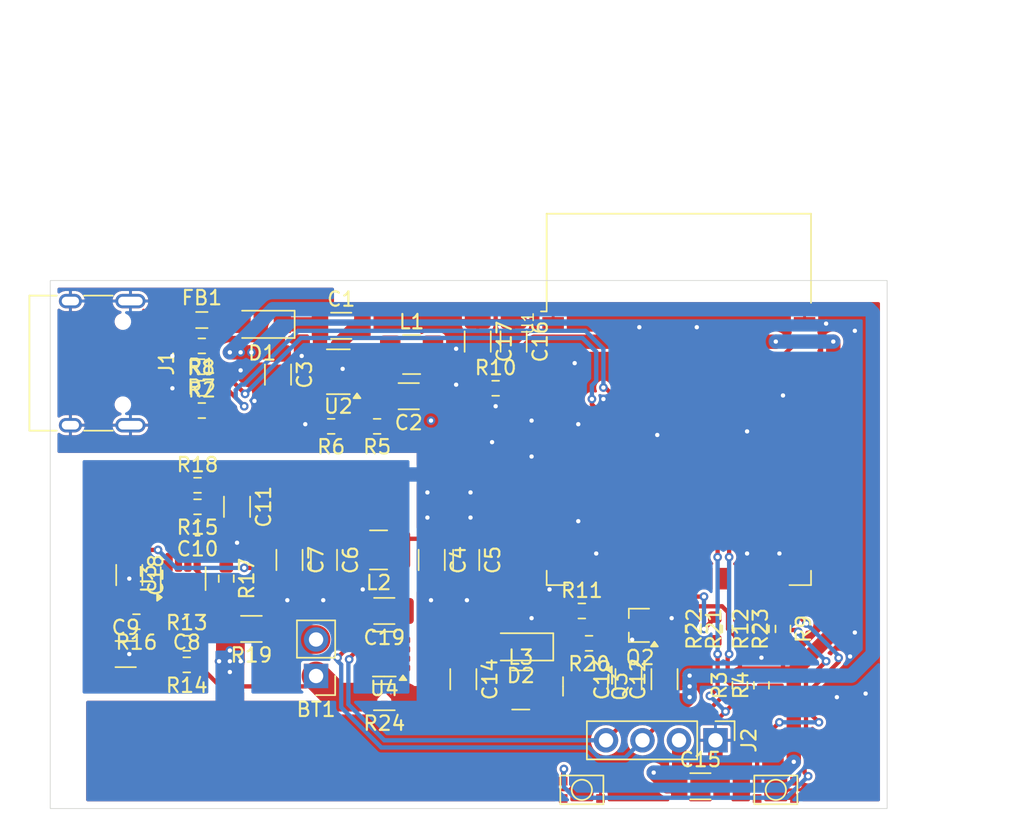
<source format=kicad_pcb>
(kicad_pcb (version 20240108) (generator "pcbnew") (generator_version "8.0")
  (layers (0 "F.Cu" signal) (31 "B.Cu" signal) (34 "B.Paste" user) (35 "F.Paste" user) (36 "B.SilkS" user "B.Silkscreen") (37 "F.SilkS" user "F.Silkscreen") (38 "B.Mask" user) (39 "F.Mask" user) (44 "Edge.Cuts" user))
  (net 0 "")
  (net 1 "GND")
  (net 2 "/V_USB")
  (net 3 "+3V3")
  (net 4 "+3V3_ANA")
  (net 5 "Net-(U3A-+)")
  (net 6 "/V_BAT_ADC")
  (net 7 "Net-(U3B--)")
  (net 8 "Net-(C10-Pad2)")
  (net 9 "/I_BAT_ADC")
  (net 10 "Net-(U4-IN+)")
  (net 11 "Net-(D1-A)")
  (net 12 "Net-(D2-K)")
  (net 13 "Net-(FB1-Pad1)")
  (net 14 "Net-(J1-D--PadA7)")
  (net 15 "Net-(J1-D+-PadA6)")
  (net 16 "Net-(J1-CC2)")
  (net 18 "Net-(J1-CC1)")
  (net 20 "/I2C_CLK")
  (net 21 "/I2C_SDA")
  (net 22 "Net-(U2-SW)")
  (net 23 "Net-(Q2-B)")
  (net 24 "Net-(Q2-C)")
  (net 25 "Net-(U2-FB)")
  (net 26 "/D-")
  (net 27 "/D+")
  (net 28 "/KEY_BOOT")
  (net 29 "Net-(U1-IO46)")
  (net 30 "Net-(U1-IO45)")
  (net 31 "Net-(BT1-+)")
  (net 32 "Net-(U3A--)")
  (net 33 "Net-(BT1--)")
  (net 34 "/SWITCH_BAT")
  (net 35 "Net-(U1-IO48)")
  (net 51 "/EN")
  (footprint "Diode_SMD:Nexperia_CFP3_SOD-123W" (layer "F.Cu") (at 88.5 58.8 180)
    (property "Reference" "D1")
    (property "Value" "D")
  )
  (footprint "Capacitor_SMD:C_1206_3216Metric" (layer "F.Cu") (at 116.5 83.5 90)
    (property "Reference" "C12")
    (property "Value" "4µ7")
  )
  (footprint "Resistor_SMD:R_0603_1608Metric" (layer "F.Cu") (at 84.3 64.8)
    (property "Reference" "R2")
    (property "Value" "5K1")
  )
  (footprint "TheBrutzlers_Lib:microswitch" (layer "F.Cu") (at 124.25 91.2)
    (property "Reference" "SW1" (hide yes))
    (property "Value" "SW_Push")
  )
  (footprint "Resistor_SMD:R_0603_1608Metric" (layer "F.Cu") (at 84 71.5 180)
    (property "Reference" "R15")
    (property "Value" "51K")
  )
  (footprint "Resistor_SMD:R_0603_1608Metric" (layer "F.Cu") (at 123.250002 80 90)
    (property "Reference" "R12")
    (property "Value" "5K1")
  )
  (footprint "Capacitor_SMD:C_1206_3216Metric" (layer "F.Cu") (at 102.5 83.5 -90)
    (property "Reference" "C14")
    (property "Value" "4µ7")
  )
  (footprint "Capacitor_SMD:C_1206_3216Metric" (layer "F.Cu") (at 103.5 60 -90)
    (property "Reference" "C17")
    (property "Value" "4µ7")
  )
  (footprint "Capacitor_SMD:C_1206_3216Metric" (layer "F.Cu") (at 114 83.5 90)
    (property "Reference" "C13")
    (property "Value" "4µ7")
  )
  (footprint "Capacitor_SMD:C_1206_3216Metric" (layer "F.Cu") (at 90.400001 75.2 -90)
    (property "Reference" "C7")
    (property "Value" "4µ7")
  )
  (footprint "Resistor_SMD:R_0603_1608Metric" (layer "F.Cu") (at 121.75 80 -90)
    (property "Reference" "R23")
    (property "Value" "5K1")
  )
  (footprint "Resistor_SMD:R_0603_1608Metric" (layer "F.Cu") (at 104.75 63.25)
    (property "Reference" "R10")
    (property "Value" "5K1")
  )
  (footprint "Resistor_SMD:R_0603_1608Metric" (layer "F.Cu") (at 123.25 83.925 90)
    (property "Reference" "R4")
    (property "Value" "5K1")
  )
  (footprint "Capacitor_SMD:C_0603_1608Metric" (layer "F.Cu") (at 84 73 180)
    (property "Reference" "C10")
    (property "Value" "100n")
  )
  (footprint "Resistor_SMD:R_0603_1608Metric" (layer "F.Cu") (at 118.5 80 -90)
    (property "Reference" "R21")
    (property "Value" "5K1")
  )
  (footprint "Capacitor_SMD:C_1206_3216Metric" (layer "F.Cu") (at 100.3 75.2 -90)
    (property "Reference" "C4")
    (property "Value" "4µ7")
  )
  (footprint "Resistor_SMD:R_0603_1608Metric" (layer "F.Cu") (at 124.75 80 -90)
    (property "Reference" "R9")
    (property "Value" "5K1")
  )
  (footprint "TheBrutzlers_Lib:ESP32-S3-WROOM-1" (layer "F.Cu") (at 117.5 64)
    (property "Reference" "U1")
    (property "Value" "ESP32-WROOM-32")
  )
  (footprint "Resistor_SMD:R_0603_1608Metric" (layer "F.Cu") (at 83.25 82.5 180)
    (property "Reference" "R14")
    (property "Value" "100K")
  )
  (footprint "Inductor_SMD:L_1210_3225Metric_Pad1.42x2.65mm_HandSolder" (layer "F.Cu") (at 96.6 74.5 180)
    (property "Reference" "L2")
    (property "Value" "2.2µ")
  )
  (footprint "Resistor_SMD:R_0603_1608Metric" (layer "F.Cu") (at 96.5 65.9 180)
    (property "Reference" "R5")
    (property "Value" "430K")
  )
  (footprint "Capacitor_SMD:C_1206_3216Metric" (layer "F.Cu") (at 89.6 62.3 -90)
    (property "Reference" "C3")
    (property "Value" "4µ7")
  )
  (footprint "TheBrutzlers_Lib:microswitch" (layer "F.Cu") (at 110.75 91.199999)
    (property "Reference" "SW2" (hide yes))
    (property "Value" "SW_Push")
  )
  (footprint "Connector_USB:USB_C_Receptacle_HRO_TYPE-C-31-M-12" (layer "F.Cu") (at 76.2 61.5 -90)
    (property "Reference" "J1")
    (property "Value" "USB_C_Receptacle_USB2.0_16P")
  )
  (footprint "Inductor_SMD:L_0805_2012Metric" (layer "F.Cu") (at 84.3 58.5)
    (property "Reference" "FB1")
    (property "Value" "FerriteBead_Small")
  )
  (footprint "Package_TO_SOT_SMD:SOT-23-8" (layer "F.Cu") (at 97 81.75 180)
    (property "Reference" "U4")
    (property "Value" "INA219AxDCN")
  )
  (footprint "Connector_PinHeader_2.54mm:PinHeader_1x02_P2.54mm_Vertical" (layer "F.Cu") (at 92.25 83.275 180)
    (property "Reference" "BT1")
    (property "Value" "Battery_Cell")
  )
  (footprint "Resistor_SMD:R_1206_3216Metric" (layer "F.Cu") (at 97 84.75 180)
    (property "Reference" "R24")
    (property "Value" "20m")
  )
  (footprint "Resistor_SMD:R_0603_1608Metric" (layer "F.Cu") (at 120 80 90)
    (property "Reference" "R22")
    (property "Value" "5K1")
  )
  (footprint "Package_TO_SOT_SMD:SOT-23-5" (layer "F.Cu") (at 93.8 62.1 180)
    (property "Reference" "U2")
    (property "Value" "XM5062S")
  )
  (footprint "Connector_PinHeader_2.54mm:PinHeader_1x04_P2.54mm_Vertical" (layer "F.Cu") (at 120.05 87.75 -90)
    (property "Reference" "J2")
    (property "Value" "Conn_01x04_Pin")
  )
  (footprint "Resistor_SMD:R_0603_1608Metric" (layer "F.Cu") (at 111.25 81 180)
    (property "Reference" "R20")
    (property "Value" "5K1")
  )
  (footprint "Capacitor_SMD:C_1206_3216Metric" (layer "F.Cu") (at 102.7 75.2 -90)
    (property "Reference" "C5")
    (property "Value" "4µ7")
  )
  (footprint "Resistor_SMD:R_0603_1608Metric" (layer "F.Cu") (at 93.3 65.9 180)
    (property "Reference" "R6")
    (property "Value" "100K")
  )
  (footprint "Resistor_SMD:R_1206_3216Metric" (layer "F.Cu") (at 87.75 80 180)
    (property "Reference" "R19")
    (property "Value" "20m")
  )
  (footprint "Capacitor_SMD:C_1206_3216Metric" (layer "F.Cu") (at 106 60 -90)
    (property "Reference" "C16")
    (property "Value" "4µ7")
  )
  (footprint "Inductor_SMD:L_1210_3225Metric_Pad1.42x2.65mm_HandSolder" (layer "F.Cu") (at 98.9 60.9)
    (property "Reference" "L1")
    (property "Value" "2.2µ")
  )
  (footprint "Resistor_SMD:R_0603_1608Metric" (layer "F.Cu") (at 86 76.5 -90)
    (property "Reference" "R17")
    (property "Value" "5K1")
  )
  (footprint "Inductor_SMD:L_1210_3225Metric_Pad1.42x2.65mm_HandSolder" (layer "F.Cu") (at 106.5 84.25)
    (property "Reference" "L3")
    (property "Value" "2.2µ")
  )
  (footprint "Resistor_SMD:R_0603_1608Metric" (layer "F.Cu") (at 83.25 81)
    (property "Reference" "R13")
    (property "Value" "100K")
  )
  (footprint "Capacitor_SMD:C_0603_1608Metric" (layer "F.Cu") (at 83.25 79.5 180)
    (property "Reference" "C8")
    (property "Value" "100n")
  )
  (footprint "Package_TO_SOT_SMD:SOT-23" (layer "F.Cu") (at 111 84 -90)
    (property "Reference" "Q3")
    (property "Value" "HL-2301V")
  )
  (footprint "Resistor_SMD:R_0603_1608Metric" (layer "F.Cu") (at 84.3 60.3 180)
    (property "Reference" "R1")
    (property "Value" "5K1")
  )
  (footprint "Capacitor_SMD:C_1206_3216Metric" (layer "F.Cu") (at 92.8 75.2 -90)
    (property "Reference" "C6")
    (property "Value" "4µ7")
  )
  (footprint "Resistor_SMD:R_0603_1608Metric" (layer "F.Cu") (at 84 70)
    (property "Reference" "R18")
    (property "Value" "5K1")
  )
  (footprint "Resistor_SMD:R_0603_1608Metric" (layer "F.Cu") (at 79.75 79.5 180)
    (property "Reference" "R16")
    (property "Value" "5K1")
  )
  (footprint "Resistor_SMD:R_0603_1608Metric" (layer "F.Cu") (at 110.75 78.75)
    (property "Reference" "R11")
    (property "Value" "5K1")
  )
  (footprint "Capacitor_SMD:C_1206_3216Metric" (layer "F.Cu") (at 79.25 76.25 -90)
    (property "Reference" "C18")
    (property "Value" "4µ7")
  )
  (footprint "Package_TO_SOT_SMD:SOT-323_SC-70" (layer "F.Cu") (at 114.75 79.75 180)
    (property "Reference" "Q2")
    (property "Value" "BC817W")
  )
  (footprint "Resistor_SMD:R_0603_1608Metric" (layer "F.Cu") (at 121.75 83.925 90)
    (property "Reference" "R3")
    (property "Value" "5K1")
  )
  (footprint "Resistor_SMD:R_0603_1608Metric" (layer "F.Cu") (at 84.25 61.75 180)
    (property "Reference" "R7")
    (property "Value" "22")
  )
  (footprint "Capacitor_SMD:C_1206_3216Metric" (layer "F.Cu") (at 86.75 71.5 -90)
    (property "Reference" "C11")
    (property "Value" "4µ7")
  )
  (footprint "Capacitor_SMD:C_1206_3216Metric" (layer "F.Cu") (at 97 78.75 180)
    (property "Reference" "C19")
    (property "Value" "4µ7")
  )
  (footprint "Package_TO_SOT_SMD:TSOT-23-8" (layer "F.Cu") (at 83 76.5 90)
    (property "Reference" "U3")
    (property "Value" "HT2348ARTZ8")
  )
  (footprint "Capacitor_SMD:C_1206_3216Metric" (layer "F.Cu") (at 79 81.75)
    (property "Reference" "C9")
    (property "Value" "4µ7")
  )
  (footprint "Diode_SMD:Nexperia_CFP3_SOD-123W" (layer "F.Cu") (at 106.5 81.25 180)
    (property "Reference" "D2")
    (property "Value" "D")
  )
  (footprint "Resistor_SMD:R_0603_1608Metric" (layer "F.Cu") (at 84.25 63.25)
    (property "Reference" "R8")
    (property "Value" "22")
  )
  (footprint "Capacitor_SMD:C_1206_3216Metric" (layer "F.Cu") (at 98.7 63.8 180)
    (property "Reference" "C2")
    (property "Value" "4µ7")
  )
  (footprint "Capacitor_SMD:C_1206_3216Metric" (layer "F.Cu") (at 94.000001 58.9)
    (property "Reference" "C1")
    (property "Value" "4µ7")
  )
  (footprint "Capacitor_SMD:C_1206_3216Metric" (layer "F.Cu") (at 119 90.95)
    (property "Reference" "C15")
    (property "Value" "4µ7")
  )
  (gr_rect (start 73.75 55.75) (end 132 92.5) (stroke (width 0.05)) (fill none) (layer "Edge.Cuts"))
  (segment (start 86.551252 77.325) (end 87.5 78.273748) (width 0.3) (layer "F.Cu") (net 1))
  (segment (start 91.65 65.9) (end 91.5 65.75) (width 0.3) (layer "F.Cu") (net 1))
  (segment (start 90.400001 76.675001) (end 90.400001 77.849999) (width 0.3) (layer "F.Cu") (net 1))
  (segment (start 95.524999 78.75) (end 96.875 80.100001) (width 0.3) (layer "F.Cu") (net 1))
  (segment (start 80.475 81.75) (end 79.25 81.75) (width 0.3) (layer "F.Cu") (net 1))
  (segment (start 84.025 80.95) (end 84.075 81) (width 0.3) (layer "F.Cu") (net 1))
  (segment (start 83.975 77.6375) (end 83.975 76.949784) (width 0.3) (layer "F.Cu") (net 1))
  (segment (start 87.5 80) (end 86.2875 80) (width 0.3) (layer "F.Cu") (net 1))
  (segment (start 92.8 77.95) (end 92.75 78) (width 0.3) (layer "F.Cu") (net 1))
  (segment (start 95.8625 82.725) (end 95.8625 82.075) (width 0.3) (layer "F.Cu") (net 1))
  (segment (start 115.75 79.1) (end 116.85 79.1) (width 0.3) (layer "F.Cu") (net 1))
  (segment (start 114 81) (end 114.25 80.75) (width 1) (layer "F.Cu") (net 1))
  (segment (start 127.74 58.74) (end 127.75 58.75) (width 0.6) (layer "F.Cu") (net 1))
  (segment (start 95.524999 78.75) (end 95.524999 77.274999) (width 0.3) (layer "F.Cu") (net 1))
  (segment (start 120.05 90.524999) (end 120.475001 90.95) (width 1) (layer "F.Cu") (net 1))
  (segment (start 84.025 79.5) (end 84.025 80.95) (width 0.3) (layer "F.Cu") (net 1))
  (segment (start 96.550216 82.075) (end 97.200216 81.425) (width 0.3) (layer "F.Cu") (net 1))
  (segment (start 104.325002 82.024999) (end 105.100001 81.25) (width 1) (layer "F.Cu") (net 1))
  (segment (start 90.400001 77.849999) (end 90.25 78) (width 0.3) (layer "F.Cu") (net 1))
  (segment (start 86 77.325) (end 86.551252 77.325) (width 0.3) (layer "F.Cu") (net 1))
  (segment (start 100.3 76.675001) (end 100.3 77.95) (width 0.3) (layer "F.Cu") (net 1))
  (segment (start 83.525216 76.5) (end 80.475001 76.5) (width 0.3) (layer "F.Cu") (net 1))
  (segment (start 95.524999 77.274999) (end 95.5 77.25) (width 0.3) (layer "F.Cu") (net 1))
  (segment (start 97.224999 63.8) (end 97.224999 63.751604) (width 0.6) (layer "F.Cu") (net 1))
  (segment (start 95.573395 62.1) (end 94.9375 62.1) (width 0.6) (layer "F.Cu") (net 1))
  (segment (start 87.5 78.273748) (end 87.5 80) (width 0.3) (layer "F.Cu") (net 1))
  (segment (start 123.250002 80.825) (end 123.250002 81.999998) (width 0.3) (layer "F.Cu") (net 1))
  (segment (start 94.301605 62.1) (end 93.8 61.598395) (width 0.5) (layer "F.Cu") (net 1))
  (segment (start 117.075 79.175) (end 117 79.25) (width 0.3) (layer "F.Cu") (net 1))
  (segment (start 92.8 76.675001) (end 92.8 77.95) (width 0.3) (layer "F.Cu") (net 1))
  (segment (start 83.975 79.45) (end 84.025 79.5) (width 0.3) (layer "F.Cu") (net 1))
  (segment (start 93.8 61.598395) (end 93.8 60.3) (width 0.5) (layer "F.Cu") (net 1))
  (segment (start 94.9375 62.1) (end 94.301605 62.1) (width 0.6) (layer "F.Cu") (net 1))
  (segment (start 126.25 58.74) (end 127.74 58.74) (width 0.6) (layer "F.Cu") (net 1))
  (segment (start 102.5 82.024999) (end 104.325002 82.024999) (width 1) (layer "F.Cu") (net 1))
  (segment (start 118.5 79.175) (end 117.075 79.175) (width 0.3) (layer "F.Cu") (net 1))
  (segment (start 80.475001 76.5) (end 79.25 77.725001) (width 0.3) (layer "F.Cu") (net 1))
  (segment (start 95.1 58.9) (end 93.75 60.25) (width 1) (layer "F.Cu") (net 1))
  (segment (start 97.224999 63.751604) (end 95.573395 62.1) (width 0.6) (layer "F.Cu") (net 1))
  (segment (start 79.25 77.725001) (end 79.25 76.5) (width 0.3) (layer "F.Cu") (net 1))
  (segment (start 86.75 72.975001) (end 86.75 74) (width 0.3) (layer "F.Cu") (net 1))
  (segment (start 102.7 77.95) (end 102.75 78) (width 0.3) (layer "F.Cu") (net 1))
  (segment (start 123.250002 81.999998) (end 123.25 82) (width 0.3) (layer "F.Cu") (net 1))
  (segment (start 95.475002 58.9) (end 95.1 58.9) (width 1) (layer "F.Cu") (net 1))
  (segment (start 92.475 65.9) (end 91.65 65.9) (width 0.3) (layer "F.Cu") (net 1))
  (segment (start 83.975 77.6375) (end 83.975 79.45) (width 0.3) (layer "F.Cu") (net 1))
  (segment (start 100.3 77.95) (end 100.25 78) (width 0.3) (layer "F.Cu") (net 1))
  (segment (start 95.8625 82.075) (end 96.550216 82.075) (width 0.3) (layer "F.Cu") (net 1))
  (segment (start 97.200216 81.425) (end 98.1375 81.425) (width 0.3) (layer "F.Cu") (net 1))
  (segment (start 96.875 80.100001) (end 96.875 81.099784) (width 0.3) (layer "F.Cu") (net 1))
  (segment (start 116.85 79.1) (end 117 79.25) (width 0.3) (layer "F.Cu") (net 1))
  (segment (start 120.05 87.75) (end 120.05 90.524999) (width 1) (layer "F.Cu") (net 1))
  (segment (start 114 82.024999) (end 116.5 82.024999) (width 1) (layer "F.Cu") (net 1))
  (segment (start 93.8 60.3) (end 93.75 60.25) (width 0.5) (layer "F.Cu") (net 1))
  (segment (start 102.7 76.675001) (end 102.7 77.95) (width 0.3) (layer "F.Cu") (net 1))
  (segment (start 86.2875 80) (end 86.2875 82.2125) (width 2) (layer "F.Cu") (net 1))
  (segment (start 114 82.024999) (end 114 81) (width 1) (layer "F.Cu") (net 1))
  (segment (start 83.975 76.949784) (end 83.525216 76.5) (width 0.3) (layer "F.Cu") (net 1))
  (segment (start 86.2875 82.2125) (end 86.25 82.25) (width 2) (layer "F.Cu") (net 1))
  (segment (start 96.875 81.099784) (end 97.200216 81.425) (width 0.3) (layer "F.Cu") (net 1))
  (via (at 122.25 74.75) (size 0.6) (drill 0.3) (layers "F.Cu" "B.Cu") (net 1))
  (via (at 87 62) (size 0.6) (drill 0.3) (layers "F.Cu" "B.Cu") (net 1))
  (via (at 110.5 65.75) (size 0.6) (drill 0.3) (layers "F.Cu" "B.Cu") (net 1))
  (via (at 128.5 84.75) (size 0.6) (drill 0.3) (layers "F.Cu" "B.Cu") (net 1))
  (via (at 104.5 67) (size 0.6) (drill 0.3) (layers "F.Cu" "B.Cu") (net 1))
  (via (at 102 63) (size 0.6) (drill 0.3) (layers "F.Cu" "B.Cu") (net 1))
  (via (at 114.75 59) (size 0.6) (drill 0.3) (layers "F.Cu" "B.Cu") (net 1))
  (via (at 87 82.25) (size 0.6) (drill 0.3) (layers "F.Cu" "B.Cu") (net 1))
  (via (at 91.5 65.75) (size 0.6) (drill 0.3) (layers "F.Cu" "B.Cu") (net 1))
  (via (at 102.75 78) (size 0.6) (drill 0.3) (layers "F.Cu" "B.Cu") (net 1))
  (via (at 129.75 59.25) (size 0.6) (drill 0.3) (layers "F.Cu" "B.Cu") (net 1))
  (via (at 82.25 61) (size 0.6) (drill 0.3) (layers "F.Cu" "B.Cu") (net 1))
  (via (at 124.5 74.75) (size 0.6) (drill 0.3) (layers "F.Cu" "B.Cu") (net 1))
  (via (at 94.100803 61.899197) (size 0.6) (drill 0.3) (layers "F.Cu" "B.Cu") (net 1))
  (via (at 129.417893 81.917893) (size 0.6) (drill 0.3) (layers "F.Cu" "B.Cu") (net 1))
  (via (at 107.25 79.25) (size 0.6) (drill 0.3) (layers "F.Cu" "B.Cu") (net 1))
  (via (at 86.25 82.25) (size 0.6) (drill 0.3) (layers "F.Cu" "B.Cu") (net 1))
  (via (at 110.5 72.5) (size 0.6) (drill 0.3) (layers "F.Cu" "B.Cu") (net 1))
  (via (at 86.75 74) (size 0.6) (drill 0.3) (layers "F.Cu" "B.Cu") (net 1))
  (via (at 82.25 63.25) (size 0.6) (drill 0.3) (layers "F.Cu" "B.Cu") (net 1))
  (via (at 114.25 80.75) (size 0.6) (drill 0.3) (layers "F.Cu" "B.Cu") (net 1))
  (via (at 90.25 78) (size 0.6) (drill 0.3) (layers "F.Cu" "B.Cu") (net 1))
  (via (at 100 70.5) (size 0.6) (drill 0.3) (layers "F.Cu" "B.Cu") (net 1))
  (via (at 123.25 82) (size 0.6) (drill 0.3) (layers "F.Cu" "B.Cu") (net 1))
  (via (at 130.5 84.5) (size 0.6) (drill 0.3) (layers "F.Cu" "B.Cu") (net 1))
  (via (at 129.75 80.25) (size 0.6) (drill 0.3) (layers "F.Cu" "B.Cu") (net 1))
  (via (at 110.25 61.5) (size 0.6) (drill 0.3) (layers "F.Cu" "B.Cu") (net 1))
  (via (at 108.5 77.25) (size 0.6) (drill 0.3) (layers "F.Cu" "B.Cu") (net 1))
  (via (at 107.25 65.5) (size 0.6) (drill 0.3) (layers "F.Cu" "B.Cu") (net 1))
  (via (at 118.75 59) (size 0.6) (drill 0.3) (layers "F.Cu" "B.Cu") (net 1))
  (via (at 102 60.5) (size 0.6) (drill 0.3) (layers "F.Cu" "B.Cu") (net 1))
  (via (at 100 72.25) (size 0.6) (drill 0.3) (layers "F.Cu" "B.Cu") (net 1))
  (via (at 111.75 74.75) (size 0.6) (drill 0.3) (layers "F.Cu" "B.Cu") (net 1))
  (via (at 91.25 61) (size 0.6) (drill 0.3) (layers "F.Cu" "B.Cu") (net 1))
  (via (at 103 72.25) (size 0.6) (drill 0.3) (layers "F.Cu" "B.Cu") (net 1))
  (via (at 95.5 77.25) (size 0.6) (drill 0.3) (layers "F.Cu" "B.Cu") (net 1))
  (via (at 117 79.25) (size 0.6) (drill 0.3) (layers "F.Cu" "B.Cu") (net 1))
  (via (at 87.959606 64.130591) (size 0.6) (drill 0.3) (layers "F.Cu" "B.Cu") (net 1))
  (via (at 104.75 64.5) (size 0.6) (drill 0.3) (layers "F.Cu" "B.Cu") (net 1))
  (via (at 103 70.5) (size 0.6) (drill 0.3) (layers "F.Cu" "B.Cu") (net 1))
  (via (at 100.25 78) (size 0.6) (drill 0.3) (layers "F.Cu" "B.Cu") (net 1))
  (via (at 127.75 58.75) (size 0.6) (drill 0.3) (layers "F.Cu" "B.Cu") (net 1))
  (via (at 122.25 66.25) (size 0.6) (drill 0.3) (layers "F.Cu" "B.Cu") (net 1))
  (via (at 86.25 83) (size 0.6) (drill 0.3) (layers "F.Cu" "B.Cu") (net 1))
  (via (at 86.25 81.5) (size 0.6) (drill 0.3) (layers "F.Cu" "B.Cu") (net 1))
  (via (at 79.25 76.5) (size 0.6) (drill 0.3) (layers "F.Cu" "B.Cu") (net 1))
  (via (at 107.25 68) (size 0.6) (drill 0.3) (layers "F.Cu" "B.Cu") (net 1))
  (via (at 112.25 64) (size 0.6) (drill 0.3) (layers "F.Cu" "B.Cu") (net 1))
  (via (at 79.25 81.75) (size 0.6) (drill 0.3) (layers "F.Cu" "B.Cu") (net 1))
  (via (at 116 66.5) (size 0.6) (drill 0.3) (layers "F.Cu" "B.Cu") (net 1))
  (via (at 85.5 82.25) (size 0.6) (drill 0.3) (layers "F.Cu" "B.Cu") (net 1))
  (via (at 92.75 78) (size 0.6) (drill 0.3) (layers "F.Cu" "B.Cu") (net 1))
  (via (at 124.75 63.75) (size 0.6) (drill 0.3) (layers "F.Cu" "B.Cu") (net 1))
  (segment (start 100.5 69.25) (end 100.75 69.5) (width 1) (layer "B.Cu") (net 1))
  (segment (start 97.5 69.5) (end 97.75 69.25) (width 1) (layer "B.Cu") (net 1))
  (segment (start 97.75 69.25) (end 100.5 69.25) (width 1) (layer "B.Cu") (net 1))
  (segment (start 94.083357 63.049999) (end 92.6625 61.629142) (width 0.3) (layer "F.Cu") (net 2))
  (segment (start 116.4625 84.937501) (end 116.5 84.975001) (width 1) (layer "F.Cu") (net 2))
  (segment (start 89.6 59.099999) (end 89.899999 58.8) (width 1) (layer "F.Cu") (net 2))
  (segment (start 89.6 60.824999) (end 89.6 59.099999) (width 1) (layer "F.Cu") (net 2))
  (segment (start 118.024999 84.975001) (end 118.25 84.75) (width 1) (layer "F.Cu") (net 2))
  (segment (start 92.525 58.9) (end 92.525 60.637497) (width 1) (layer "F.Cu") (net 2))
  (segment (start 111 84.937501) (end 116.4625 84.937501) (width 1) (layer "F.Cu") (net 2))
  (segment (start 110.425 81) (end 111 81.575) (width 0.3) (layer "F.Cu") (net 2))
  (segment (start 92.6625 61.629142) (end 92.6625 61.150001) (width 0.3) (layer "F.Cu") (net 2))
  (segment (start 92.337498 60.824999) (end 92.6625 61.150001) (width 1) (layer "F.Cu") (net 2))
  (segment (start 86.25 60.75) (end 89.525001 60.75) (width 1) (layer "F.Cu") (net 2))
  (segment (start 89.899999 58.8) (end 92.425 58.8) (width 1) (layer "F.Cu") (net 2))
  (segment (start 89.525001 60.75) (end 89.6 60.824999) (width 1) (layer "F.Cu") (net 2))
  (segment (start 94.9375 63.049999) (end 94.083357 63.049999) (width 0.3) (layer "F.Cu") (net 2))
  (segment (start 111 81.575) (end 111 84.937501) (width 0.3) (layer "F.Cu") (net 2))
  (segment (start 116.5 84.975001) (end 118.024999 84.975001) (width 1) (layer "F.Cu") (net 2))
  (segment (start 92.425 58.8) (end 92.525 58.9) (width 1) (layer "F.Cu") (net 2))
  (segment (start 92.525 60.637497) (end 92.337498 60.824999) (width 1) (layer "F.Cu") (net 2))
  (via (at 87 60.75) (size 0.6) (drill 0.3) (layers "F.Cu" "B.Cu") (net 2))
  (via (at 118.25 83.25) (size 0.6) (drill 0.3) (layers "F.Cu" "B.Cu") (net 2))
  (via (at 86.25 60.75) (size 0.6) (drill 0.3) (layers "F.Cu" "B.Cu") (net 2))
  (via (at 87.75 60.75) (size 0.6) (drill 0.3) (layers "F.Cu" "B.Cu") (net 2))
  (via (at 118.25 84) (size 0.6) (drill 0.3) (layers "F.Cu" "B.Cu") (net 2))
  (via (at 118.25 84.75) (size 0.6) (drill 0.3) (layers "F.Cu" "B.Cu") (net 2))
  (segment (start 118.25 84.75) (end 118.25 83.25) (width 1) (layer "B.Cu") (net 2))
  (segment (start 129.5 83.25) (end 118.25 83.25) (width 1) (layer "B.Cu") (net 2))
  (segment (start 131 81.75) (end 129.5 83.25) (width 1) (layer "B.Cu") (net 2))
  (segment (start 131 58) (end 131 81.75) (width 1) (layer "B.Cu") (net 2))
  (segment (start 86.25 60.75) (end 89.25 57.75) (width 1) (layer "B.Cu") (net 2))
  (segment (start 130.75 57.75) (end 131 58) (width 1) (layer "B.Cu") (net 2))
  (segment (start 89.25 57.75) (end 130.75 57.75) (width 1) (layer "B.Cu") (net 2))
  (segment (start 113.05 79.442808) (end 114.067808 78.425) (width 0.3) (layer "F.Cu") (net 3))
  (segment (start 116.7 90.95) (end 117.524999 90.95) (width 1) (layer "F.Cu") (net 3))
  (segment (start 102.25 65.5) (end 100.25 65.5) (width 1) (layer "F.Cu") (net 3))
  (segment (start 97.325 65.9) (end 99.700002 65.9) (width 0.3) (layer "F.Cu") (net 3))
  (segment (start 125.4 83.1) (end 121.75 83.1) (width 1) (layer "F.Cu") (net 3))
  (segment (start 100.3875 60.9) (end 100.3875 63.587501) (width 1) (layer "F.Cu") (net 3))
  (segment (start 103.5 64.25) (end 102.25 65.5) (width 1) (layer "F.Cu") (net 3))
  (segment (start 120.925 80) (end 121.75 80.825) (width 0.3) (layer "F.Cu") (net 3))
  (segment (start 117.524999 90.95) (end 117.524999 87.764999) (width 1) (layer "F.Cu") (net 3))
  (segment (start 125.5 83.2) (end 125.4 83.1) (width 1) (layer "F.Cu") (net 3))
  (segment (start 104.3625 75.3875) (end 104.6125 75.6375) (width 0.3) (layer "F.Cu") (net 3))
  (segment (start 100.3 73.724999) (end 102.7 73.724999) (width 0.3) (layer "F.Cu") (net 3))
  (segment (start 108.75 60.01) (end 107.465001 60.01) (width 1) (layer "F.Cu") (net 3))
  (segment (start 106 61.475001) (end 103.5 61.475001) (width 1) (layer "F.Cu") (net 3))
  (segment (start 100.175001 63.8) (end 100.175001 65.425001) (width 1) (layer "F.Cu") (net 3))
  (segment (start 120.508358 78.425) (end 120.925 78.841642) (width 0.3) (layer "F.Cu") (net 3))
  (segment (start 124.24 60.01) (end 124.25 60) (width 1) (layer "F.Cu") (net 3))
  (segment (start 98.0875 74.1625) (end 98.525001 73.724999) (width 0.3) (layer "F.Cu") (net 3))
  (segment (start 112.325 80.175) (end 113.05 79.45) (width 0.3) (layer "F.Cu") (net 3))
  (segment (start 107.465001 60.01) (end 106 61.475001) (width 1) (layer "F.Cu") (net 3))
  (segment (start 106.675 80.175) (end 112.325 80.175) (width 0.3) (layer "F.Cu") (net 3))
  (segment (start 108.75 60.01) (end 124.24 60.01) (width 1) (layer "F.Cu") (net 3))
  (segment (start 128.25 80.25) (end 125.4 83.1) (width 1) (layer "F.Cu") (net 3))
  (segment (start 128.25 60) (end 128.25 80.25) (width 1) (layer "F.Cu") (net 3))
  (segment (start 125.5 89.25) (end 125.5 83.2) (width 1) (layer "F.Cu") (net 3))
  (segment (start 100.3875 63.587501) (end 100.175001 63.8) (width 1) (layer "F.Cu") (net 3))
  (segment (start 121.75 80.825) (end 121.75 83.1) (width 0.3) (layer "F.Cu") (net 3))
  (segment (start 99.700002 65.9) (end 100.175001 65.425001) (width 0.3) (layer "F.Cu") (net 3))
  (segment (start 100.175001 65.425001) (end 100.25 65.5) (width 1) (layer "F.Cu") (net 3))
  (segment (start 115.75 90) (end 116.7 90.95) (width 1) (layer "F.Cu") (net 3))
  (segment (start 114.067808 78.425) (end 120.508358 78.425) (width 0.3) (layer "F.Cu") (net 3))
  (segment (start 113.05 79.45) (end 113.05 79.442808) (width 0.3) (layer "F.Cu") (net 3))
  (segment (start 102.7 73.724999) (end 104.3625 75.3875) (width 0.3) (layer "F.Cu") (net 3))
  (segment (start 103.5 61.475001) (end 103.5 64.25) (width 1) (layer "F.Cu") (net 3))
  (segment (start 120.925 78.841642) (end 120.925 80) (width 0.3) (layer "F.Cu") (net 3))
  (segment (start 104.6125 75.6375) (end 104.6125 78.1125) (width 0.3) (layer "F.Cu") (net 3))
  (segment (start 117.524999 87.764999) (end 117.51 87.75) (width 1) (layer "F.Cu") (net 3))
  (segment (start 104.6125 78.1125) (end 106.675 80.175) (width 0.3) (layer "F.Cu") (net 3))
  (segment (start 124.75 80.825) (end 124.75 83.1) (width 0.3) (layer "F.Cu") (net 3))
  (segment (start 98.0875 74.5) (end 98.0875 74.1625) (width 0.3) (layer "F.Cu") (net 3))
  (segment (start 98.525001 73.724999) (end 100.3 73.724999) (width 0.3) (layer "F.Cu") (net 3))
  (via (at 124.25 60) (size 0.6) (drill 0.3) (layers "F.Cu" "B.Cu") (net 3))
  (via (at 128.25 60) (size 0.6) (drill 0.3) (layers "F.Cu" "B.Cu") (net 3))
  (via (at 125.5 89.25) (size 0.6) (drill 0.3) (layers "F.Cu" "B.Cu") (net 3))
  (via (at 115.75 90) (size 0.6) (drill 0.3) (layers "F.Cu" "B.Cu") (net 3))
  (via (at 100.25 65.5) (size 0.6) (drill 0.3) (layers "F.Cu" "B.Cu") (net 3))
  (segment (start 124.25 60) (end 128.25 60) (width 1) (layer "B.Cu") (net 3))
  (segment (start 115.75 90) (end 124.75 90) (width 1) (layer "B.Cu") (net 3))
  (segment (start 124.75 90) (end 125.5 89.25) (width 1) (layer "B.Cu") (net 3))
  (segment (start 79.524999 74.5) (end 79.25 74.774999) (width 0.3) (layer "F.Cu") (net 4))
  (segment (start 98 80.6375) (end 98.1375 80.775) (width 0.3) (layer "F.Cu") (net 4))
  (segment (start 81.25 74.5) (end 79.524999 74.5) (width 0.3) (layer "F.Cu") (net 4))
  (segment (start 90.400001 73.724999) (end 92.8 73.724999) (width 0.3) (layer "F.Cu") (net 4))
  (segment (start 98.475001 78.75) (end 98.475001 78.475001) (width 0.3) (layer "F.Cu") (net 4))
  (segment (start 94.25 76.25) (end 93.75 75.75) (width 0.3) (layer "F.Cu") (net 4))
  (segment (start 94.337499 73.724999) (end 95.1125 74.5) (width 0.3) (layer "F.Cu") (net 4))
  (segment (start 90.5 75.75) (end 90.5 73.824998) (width 0.3) (layer "F.Cu") (net 4))
  (segment (start 98.475001 78.75) (end 98 79.225001) (width 0.3) (layer "F.Cu") (net 4))
  (segment (start 98.475001 78.475001) (end 96.25 76.25) (width 0.3) (layer "F.Cu") (net 4))
  (segment (start 90.5 73.824998) (end 90.400001 73.724999) (width 0.3) (layer "F.Cu") (net 4))
  (segment (start 92.8 73.724999) (end 94.337499 73.724999) (width 0.3) (layer "F.Cu") (net 4))
  (segment (start 96.25 76.25) (end 94.25 76.25) (width 0.3) (layer "F.Cu") (net 4))
  (segment (start 79.837501 75.3625) (end 79.25 74.774999) (width 0.3) (layer "F.Cu") (net 4))
  (segment (start 98 79.225001) (end 98 80.6375) (width 0.3) (layer "F.Cu") (net 4))
  (segment (start 93.75 75.75) (end 90.5 75.75) (width 0.3) (layer "F.Cu") (net 4))
  (segment (start 82.025 75.3625) (end 79.837501 75.3625) (width 0.3) (layer "F.Cu") (net 4))
  (segment (start 90.5 75.75) (end 87.25 75.75) (width 0.3) (layer "F.Cu") (net 4))
  (via (at 87.25 75.75) (size 0.6) (drill 0.3) (layers "F.Cu" "B.Cu") (net 4))
  (via (at 81.25 74.5) (size 0.6) (drill 0.3) (layers "F.Cu" "B.Cu") (net 4))
  (segment (start 87.25 75.75) (end 82.5 75.75) (width 0.3) (layer "B.Cu") (net 4))
  (segment (start 82.5 75.75) (end 81.25 74.5) (width 0.3) (layer "B.Cu") (net 4))
  (segment (start 82.425 79.225216) (end 83.325 78.325216) (width 0.3) (layer "F.Cu") (net 5))
  (segment (start 83.325 78.325216) (end 83.325 77.6375) (width 0.3) (layer "F.Cu") (net 5))
  (segment (start 82.425 82.5) (end 82.425 79.225216) (width 0.3) (layer "F.Cu") (net 5))
  (segment (start 108.12 62.55) (end 105.75 64.92) (width 0.3) (layer "F.Cu") (net 6))
  (segment (start 78.925 80.35) (end 77.525 81.75) (width 0.3) (layer "F.Cu") (net 6))
  (segment (start 105.75 67.25) (end 104 69) (width 0.3) (layer "F.Cu") (net 6))
  (segment (start 78.925 79.5) (end 78.925 80.35) (width 0.3) (layer "F.Cu") (net 6))
  (segment (start 108.75 62.55) (end 108.12 62.55) (width 0.3) (layer "F.Cu") (net 6))
  (segment (start 82.830761 69) (end 77.525 74.305761) (width 0.3) (layer "F.Cu") (net 6))
  (segment (start 105.75 64.92) (end 105.75 67.25) (width 0.3) (layer "F.Cu") (net 6))
  (segment (start 77.525 74.305761) (end 77.525 81.75) (width 0.3) (layer "F.Cu") (net 6))
  (segment (start 104 69) (end 82.830761 69) (width 0.3) (layer "F.Cu") (net 6))
  (segment (start 83.325 74.425) (end 83.325 75.3625) (width 0.3) (layer "F.Cu") (net 7))
  (segment (start 83.75 74) (end 83.325 74.425) (width 0.3) (layer "F.Cu") (net 7))
  (segment (start 84.825 73.925) (end 84.75 74) (width 0.3) (layer "F.Cu") (net 7))
  (segment (start 86 75.25) (end 84.75 74) (width 0.3) (layer "F.Cu") (net 7))
  (segment (start 84.75 74) (end 83.75 74) (width 0.3) (layer "F.Cu") (net 7))
  (segment (start 84.825 71.5) (end 84.825 73.925) (width 0.3) (layer "F.Cu") (net 7))
  (segment (start 86 75.675) (end 86 75.25) (width 0.3) (layer "F.Cu") (net 7))
  (segment (start 83.175 73.325) (end 82.675 73.825) (width 0.3) (layer "F.Cu") (net 8))
  (segment (start 82.675 73.825) (end 82.675 75.3625) (width 0.3) (layer "F.Cu") (net 8))
  (segment (start 83.175 70) (end 83.175 73.325) (width 0.3) (layer "F.Cu") (net 8))
  (segment (start 106.25 65.127106) (end 107.557106 63.82) (width 0.3) (layer "F.Cu") (net 9))
  (segment (start 86.75 70.024999) (end 87.274999 69.5) (width 0.3) (layer "F.Cu") (net 9))
  (segment (start 84.825 70) (end 86.725001 70) (width 0.3) (layer "F.Cu") (net 9))
  (segment (start 107.557106 63.82) (end 108.75 63.82) (width 0.3) (layer "F.Cu") (net 9))
  (segment (start 87.274999 69.5) (end 104.207107 69.5) (width 0.3) (layer "F.Cu") (net 9))
  (segment (start 104.207107 69.5) (end 106.25 67.457107) (width 0.3) (layer "F.Cu") (net 9))
  (segment (start 86.725001 70) (end 86.75 70.024999) (width 0.3) (layer "F.Cu") (net 9))
  (segment (start 106.25 67.457107) (end 106.25 65.127106) (width 0.3) (layer "F.Cu") (net 9))
  (segment (start 97.5 84.75) (end 98.4625 84.75) (width 0.2) (layer "F.Cu") (net 10))
  (segment (start 98.1375 82.725) (end 97.525 82.725) (width 0.2) (layer "F.Cu") (net 10))
  (segment (start 103.225001 84.25) (end 102.5 84.975001) (width 2) (layer "F.Cu") (net 10))
  (segment (start 97.25 83) (end 97.25 84.5) (width 0.2) (layer "F.Cu") (net 10))
  (segment (start 97.525 82.725) (end 97.25 83) (width 0.2) (layer "F.Cu") (net 10))
  (segment (start 98.687501 84.975001) (end 98.4625 84.75) (width 2) (layer "F.Cu") (net 10))
  (segment (start 97.25 84.5) (end 97.5 84.75) (width 0.2) (layer "F.Cu") (net 10))
  (segment (start 102.5 84.975001) (end 98.687501 84.975001) (width 2) (layer "F.Cu") (net 10))
  (segment (start 105.0125 84.25) (end 103.225001 84.25) (width 2) (layer "F.Cu") (net 10))
  (segment (start 85.6625 58.8) (end 85.3625 58.5) (width 1) (layer "F.Cu") (net 11))
  (segment (start 87.100001 58.8) (end 85.6625 58.8) (width 1) (layer "F.Cu") (net 11))
  (segment (start 109.175 83.0625) (end 107.9875 84.25) (width 1) (layer "F.Cu") (net 12))
  (segment (start 107.899999 81.25) (end 107.899999 84.162499) (width 1) (layer "F.Cu") (net 12))
  (segment (start 110.05 83.0625) (end 109.175 83.0625) (width 1) (layer "F.Cu") (net 12))
  (segment (start 107.899999 84.162499) (end 107.9875 84.25) (width 1) (layer "F.Cu") (net 12))
  (segment (start 78.5 63.064695) (end 79.385306 63.950001) (width 0.3) (layer "F.Cu") (net 13))
  (segment (start 79.385306 63.950001) (end 80.245 63.950001) (width 0.3) (layer "F.Cu") (net 13))
  (segment (start 83.2375 58.5) (end 82.25 58.5) (width 1) (layer "F.Cu") (net 13))
  (segment (start 81.700001 59.049999) (end 81.75 59) (width 0.3) (layer "F.Cu") (net 13))
  (segment (start 80.245 59.049999) (end 79.450001 59.049999) (width 0.3) (layer "F.Cu") (net 13))
  (segment (start 78.5 60) (end 78.5 63.064695) (width 0.3) (layer "F.Cu") (net 13))
  (segment (start 80.245 59.049999) (end 81.700001 59.049999) (width 0.6) (layer "F.Cu") (net 13))
  (segment (start 82.25 58.5) (end 81.75 59) (width 1) (layer "F.Cu") (net 13))
  (segment (start 79.450001 59.049999) (end 78.5 60) (width 0.3) (layer "F.Cu") (net 13))
  (segment (start 80.245 60.75) (end 81.32 60.75) (width 0.3) (layer "F.Cu") (net 14))
  (segment (start 83.425 61.75) (end 81.25 61.75) (width 0.3) (layer "F.Cu") (net 14))
  (segment (start 81.32 61.68) (end 81.25 61.75) (width 0.3) (layer "F.Cu") (net 14))
  (segment (start 81.25 61.75) (end 80.245 61.75) (width 0.3) (layer "F.Cu") (net 14))
  (segment (start 81.32 60.75) (end 81.32 61.68) (width 0.3) (layer "F.Cu") (net 14))
  (segment (start 83.425 63.25) (end 83.425 63.175) (width 0.3) (layer "F.Cu") (net 15))
  (segment (start 82.5 62.25) (end 80.245 62.25) (width 0.3) (layer "F.Cu") (net 15))
  (segment (start 79.25 62.25) (end 80.245 62.25) (width 0.3) (layer "F.Cu") (net 15))
  (segment (start 79.17 62.17) (end 79.25 62.25) (width 0.3) (layer "F.Cu") (net 15))
  (segment (start 83.425 63.175) (end 82.5 62.25) (width 0.3) (layer "F.Cu") (net 15))
  (segment (start 80.245 61.25) (end 79.17 61.25) (width 0.3) (layer "F.Cu") (net 15))
  (segment (start 79.17 61.25) (end 79.17 62.17) (width 0.3) (layer "F.Cu") (net 15))
  (segment (start 80.245 63.25) (end 81.25 63.25) (width 0.3) (layer "F.Cu") (net 16))
  (segment (start 82.8 64.8) (end 83.475 64.8) (width 0.3) (layer "F.Cu") (net 16))
  (segment (start 81.25 63.25) (end 82.8 64.8) (width 0.3) (layer "F.Cu") (net 16))
  (segment (start 83.425 60.25) (end 83.475 60.3) (width 0.3) (layer "F.Cu") (net 18))
  (segment (start 80.244999 60.25) (end 83.425 60.25) (width 0.3) (layer "F.Cu") (net 18))
  (segment (start 120.199997 65.530003) (end 120.199997 75) (width 0.3) (layer "F.Cu") (net 20))
  (segment (start 125.72 60.01) (end 120.199997 65.530003) (width 0.3) (layer "F.Cu") (net 20))
  (segment (start 93.75 82) (end 94.975 80.775) (width 0.3) (layer "F.Cu") (net 20))
  (segment (start 120.199997 81.75) (end 120.199997 84.122405) (width 0.3) (layer "F.Cu") (net 20))
  (segment (start 114.970001 87.75) (end 116.170001 86.55) (width 0.3) (layer "F.Cu") (net 20))
  (segment (start 94.975 80.775) (end 95.8625 80.775) (width 0.3) (layer "F.Cu") (net 20))
  (segment (start 119.95 86.55) (end 120.75 85.75) (width 0.3) (layer "F.Cu") (net 20))
  (segment (start 120.199997 84.122405) (end 119.661201 84.661201) (width 0.3) (layer "F.Cu") (net 20))
  (segment (start 120.75 85.75) (end 121.75 84.75) (width 0.3) (layer "F.Cu") (net 20))
  (segment (start 116.170001 86.55) (end 119.95 86.55) (width 0.3) (layer "F.Cu") (net 20))
  (segment (start 126.25 60.01) (end 125.72 60.01) (width 0.3) (layer "F.Cu") (net 20))
  (via (at 119.661201 84.661201) (size 0.6) (drill 0.3) (layers "F.Cu" "B.Cu") (net 20))
  (via (at 93.75 82) (size 0.6) (drill 0.3) (layers "F.Cu" "B.Cu") (net 20))
  (via (at 120.199997 75) (size 0.6) (drill 0.3) (layers "F.Cu" "B.Cu") (net 20))
  (via (at 120.199997 81.75) (size 0.6) (drill 0.3) (layers "F.Cu" "B.Cu") (net 20))
  (via (at 120.75 85.75) (size 0.6) (drill 0.3) (layers "F.Cu" "B.Cu") (net 20))
  (segment (start 93.75 82) (end 93.75 82.231731) (width 0.3) (layer "B.Cu") (net 20))
  (segment (start 111.932943 88.95) (end 113.770001 88.95) (width 0.3) (layer "B.Cu") (net 20))
  (segment (start 111.232943 88.25) (end 111.932943 88.95) (width 0.3) (layer "B.Cu") (net 20))
  (segment (start 93.75 82.231731) (end 94 82.481731) (width 0.3) (layer "B.Cu") (net 20))
  (segment (start 94 82.481731) (end 94 85.457107) (width 0.3) (layer "B.Cu") (net 20))
  (segment (start 96.792893 88.25) (end 111.232943 88.25) (width 0.3) (layer "B.Cu") (net 20))
  (segment (start 119.661201 84.661201) (end 120.75 85.75) (width 0.3) (layer "B.Cu") (net 20))
  (segment (start 120.199997 75) (end 120.199997 81.75) (width 0.3) (layer "B.Cu") (net 20))
  (segment (start 113.770001 88.95) (end 114.970001 87.75) (width 0.3) (layer "B.Cu") (net 20))
  (segment (start 94 85.457107) (end 96.792893 88.25) (width 0.3) (layer "B.Cu") (net 20))
  (segment (start 121.25 84) (end 122.5 84) (width 0.3) (layer "F.Cu") (net 21))
  (segment (start 121.241642 84) (end 121.25 84) (width 0.3) (layer "F.Cu") (net 21))
  (segment (start 122.5 84) (end 123.25 84.75) (width 0.3) (layer "F.Cu") (net 21))
  (segment (start 119.191642 86.05) (end 121.241642 84) (width 0.3) (layer "F.Cu") (net 21))
  (segment (start 94.553374 82.04641) (end 95.174784 81.425) (width 0.3) (layer "F.Cu") (net 21))
  (segment (start 121 81.75) (end 120.9 81.85) (width 0.3) (layer "F.Cu") (net 21))
  (segment (start 95.174784 81.425) (end 95.8625 81.425) (width 0.3) (layer "F.Cu") (net 21))
  (segment (start 125.62 61.28) (end 121 65.9) (width 0.3) (layer "F.Cu") (net 21))
  (segment (start 126.25 61.28) (end 125.62 61.28) (width 0.3) (layer "F.Cu") (net 21))
  (segment (start 114.13 86.05) (end 119.191642 86.05) (width 0.3) (layer "F.Cu") (net 21))
  (segment (start 94.553374 82.115866) (end 94.553374 82.04641) (width 0.3) (layer "F.Cu") (net 21))
  (segment (start 120.9 81.85) (end 120.9 83.65) (width 0.3) (layer "F.Cu") (net 21))
  (segment (start 121 65.9) (end 121 75) (width 0.3) (layer "F.Cu") (net 21))
  (segment (start 112.43 87.75) (end 114.13 86.05) (width 0.3) (layer "F.Cu") (net 21))
  (segment (start 120.9 83.65) (end 121.25 84) (width 0.3) (layer "F.Cu") (net 21))
  (via (at 121 81.75) (size 0.6) (drill 0.3) (layers "F.Cu" "B.Cu") (net 21))
  (via (at 121 75) (size 0.6) (drill 0.3) (layers "F.Cu" "B.Cu") (net 21))
  (via (at 94.553374 82.115866) (size 0.6) (drill 0.3) (layers "F.Cu" "B.Cu") (net 21))
  (segment (start 94.5 82.16924) (end 94.5 85.25) (width 0.3) (layer "B.Cu") (net 21))
  (segment (start 94.553374 82.115866) (end 94.5 82.16924) (width 0.3) (layer "B.Cu") (net 21))
  (segment (start 97 87.75) (end 112.43 87.75) (width 0.3) (layer "B.Cu") (net 21))
  (segment (start 121 75) (end 121 81.75) (width 0.3) (layer "B.Cu") (net 21))
  (segment (start 94.5 85.25) (end 97 87.75) (width 0.3) (layer "B.Cu") (net 21))
  (segment (start 97.2125 61.1) (end 94.9375 61.1) (width 1) (layer "F.Cu") (net 22))
  (segment (start 97.4125 60.9) (end 97.2125 61.1) (width 1) (layer "F.Cu") (net 22))
  (segment (start 118.075 80.4) (end 118.5 80.825) (width 0.3) (layer "F.Cu") (net 23))
  (segment (start 120 80.825) (end 118.5 80.825) (width 0.3) (layer "F.Cu") (net 23))
  (segment (start 115.75 80.4) (end 118.075 80.4) (width 0.3) (layer "F.Cu") (net 23))
  (segment (start 111.95 81.125) (end 112.075 81) (width 0.3) (layer "F.Cu") (net 24))
  (segment (start 112.5 81) (end 113.75 79.75) (width 0.3) (layer "F.Cu") (net 24))
  (segment (start 112.075 81) (end 112.5 81) (width 0.3) (layer "F.Cu") (net 24))
  (segment (start 111.95 83.0625) (end 111.95 81.125) (width 0.3) (layer "F.Cu") (net 24))
  (segment (start 92.6625 63.049999) (end 92.6625 64.4375) (width 0.3) (layer "F.Cu") (net 25))
  (segment (start 92.6625 64.4375) (end 94.125 65.9) (width 0.3) (layer "F.Cu") (net 25))
  (segment (start 95.675 65.9) (end 94.125 65.9) (width 0.3) (layer "F.Cu") (net 25))
  (segment (start 87.309618 63.640378) (end 87.309617 63.640378) (width 0.3) (layer "F.Cu") (net 26))
  (segment (start 112 64.919239) (end 111.449997 64.369236) (width 0.3) (layer "F.Cu") (net 26))
  (segment (start 112 72.5) (end 112 64.919239) (width 0.3) (layer "F.Cu") (net 26))
  (segment (start 111.449997 64.369236) (end 111.449997 64) (width 0.3) (layer "F.Cu") (net 26))
  (segment (start 85.419239 61.75) (end 85.075 61.75) (width 0.3) (layer "F.Cu") (net 26))
  (segment (start 87.309617 63.640378) (end 85.419239 61.75) (width 0.3) (layer "F.Cu") (net 26))
  (segment (start 108.75 73.98) (end 110.52 73.98) (width 0.3) (layer "F.Cu") (net 26))
  (segment (start 110.52 73.98) (end 112 72.5) (width 0.3) (layer "F.Cu") (net 26))
  (via (at 87.309618 63.640378) (size 0.6) (drill 0.3) (layers "F.Cu" "B.Cu") (net 26))
  (via (at 111.449997 64) (size 0.6) (drill 0.3) (layers "F.Cu" "B.Cu") (net 26))
  (segment (start 111.449997 64) (end 111.449997 63.050003) (width 0.3) (layer "B.Cu") (net 26))
  (segment (start 110.792894 59.75) (end 91.199996 59.75) (width 0.3) (layer "B.Cu") (net 26))
  (segment (start 111.449997 63.050003) (end 111.75 62.75) (width 0.3) (layer "B.Cu") (net 26))
  (segment (start 111.75 62.75) (end 111.75 60.707106) (width 0.3) (layer "B.Cu") (net 26))
  (segment (start 111.75 60.707106) (end 110.792894 59.75) (width 0.3) (layer "B.Cu") (net 26))
  (segment (start 91.199996 59.75) (end 87.309618 63.640378) (width 0.3) (layer "B.Cu") (net 26))
  (segment (start 112.5 72.75) (end 110 75.25) (width 0.3) (layer "F.Cu") (net 27))
  (segment (start 112.9 64.269239) (end 112.5 64.669239) (width 0.3) (layer "F.Cu") (net 27))
  (segment (start 112.5 64.669239) (end 112.5 72.75) (width 0.3) (layer "F.Cu") (net 27))
  (segment (start 110 75.25) (end 108.75 75.25) (width 0.3) (layer "F.Cu") (net 27))
  (segment (start 112.369236 63.199997) (end 112.9 63.730761) (width 0.3) (layer "F.Cu") (net 27))
  (segment (start 85.075 63.25) (end 86 63.25) (width 0.3) (layer "F.Cu") (net 27))
  (segment (start 112.9 63.730761) (end 112.9 64.269239) (width 0.3) (layer "F.Cu") (net 27))
  (segment (start 112.25 63.199997) (end 112.369236 63.199997) (width 0.3) (layer "F.Cu") (net 27))
  (segment (start 86 63.25) (end 87.25 64.5) (width 0.3) (layer "F.Cu") (net 27))
  (via (at 112.25 63.199997) (size 0.6) (drill 0.3) (layers "F.Cu" "B.Cu") (net 27))
  (via (at 87.25 64.5) (size 0.6) (drill 0.3) (layers "F.Cu" "B.Cu") (net 27))
  (segment (start 87.040379 62.990378) (end 87.252512 62.990378) (width 0.3) (layer "B.Cu") (net 27))
  (segment (start 87.25 64.5) (end 86.659618 63.909618) (width 0.3) (layer "B.Cu") (net 27))
  (segment (start 86.659618 63.371139) (end 87.040379 62.990378) (width 0.3) (layer "B.Cu") (net 27))
  (segment (start 86.659618 63.909618) (end 86.659618 63.371139) (width 0.3) (layer "B.Cu") (net 27))
  (segment (start 112.25 60.5) (end 112.25 63.199997) (width 0.3) (layer "B.Cu") (net 27))
  (segment (start 90.99289 59.25) (end 111 59.25) (width 0.3) (layer "B.Cu") (net 27))
  (segment (start 111 59.25) (end 112.25 60.5) (width 0.3) (layer "B.Cu") (net 27))
  (segment (start 87.252512 62.990378) (end 90.99289 59.25) (width 0.3) (layer "B.Cu") (net 27))
  (segment (start 127.25 86.5) (end 126.85 86.1) (width 0.3) (layer "F.Cu") (net 28))
  (segment (start 126.25 75.25) (end 126.25 77.675) (width 0.3) (layer "F.Cu") (net 28))
  (segment (start 126.85 84.069239) (end 128.623868 82.295371) (width 0.3) (layer "F.Cu") (net 28))
  (segment (start 126.375 79.625) (end 125.925 79.175) (width 0.3) (layer "F.Cu") (net 28))
  (segment (start 126.85 86.1) (end 126.85 84.069239) (width 0.3) (layer "F.Cu") (net 28))
  (segment (start 126.25 77.675) (end 124.75 79.175) (width 0.3) (layer "F.Cu") (net 28))
  (segment (start 122.95 90.6) (end 122.95 88.05) (width 0.3) (layer "F.Cu") (net 28))
  (segment (start 125.925 79.175) (end 124.75 79.175) (width 0.3) (layer "F.Cu") (net 28))
  (segment (start 122.95 88.05) (end 124.5 86.5) (width 0.3) (layer "F.Cu") (net 28))
  (segment (start 128.623868 82.295371) (end 128.623868 82.015505) (width 0.3) (layer "F.Cu") (net 28))
  (via (at 127.25 86.5) (size 0.6) (drill 0.3) (layers "F.Cu" "B.Cu") (net 28))
  (via (at 124.5 86.5) (size 0.6) (drill 0.3) (layers "F.Cu" "B.Cu") (net 28))
  (via (at 126.375 79.625) (size 0.6) (drill 0.3) (layers "F.Cu" "B.Cu") (net 28))
  (via (at 128.623868 82.015505) (size 0.6) (drill 0.3) (layers "F.Cu" "B.Cu") (net 28))
  (segment (start 128.623868 81.873868) (end 128.623868 82.015505) (width 0.3) (layer "B.Cu") (net 28))
  (segment (start 126.375 79.625) (end 128.623868 81.873868) (width 0.3) (layer "B.Cu") (net 28))
  (segment (start 124.5 86.5) (end 127.25 86.5) (width 0.3) (layer "B.Cu") (net 28))
  (segment (start 111.785 78.54) (end 111.575 78.75) (width 0.3) (layer "F.Cu") (net 29))
  (segment (start 111.785 76.5) (end 111.785 78.54) (width 0.3) (layer "F.Cu") (net 29))
  (segment (start 124.485 77.765) (end 123.250002 78.999998) (width 0.3) (layer "F.Cu") (net 30))
  (segment (start 123.250002 78.999998) (end 123.250002 79.175) (width 0.3) (layer "F.Cu") (net 30))
  (segment (start 124.485 76.5) (end 124.485 77.765) (width 0.3) (layer "F.Cu") (net 30))
  (segment (start 91.525 84) (end 92.25 83.275) (width 0.3) (layer "F.Cu") (net 31))
  (segment (start 93.725 84.75) (end 95.5375 84.75) (width 2) (layer "F.Cu") (net 31))
  (segment (start 97.520494 82.075) (end 96.825 82.770494) (width 0.2) (layer "F.Cu") (net 31))
  (segment (start 92.25 83.275) (end 93.725 84.75) (width 2) (layer "F.Cu") (net 31))
  (segment (start 96.825 82.770494) (end 96.825 84.425) (width 0.2) (layer "F.Cu") (net 31))
  (segment (start 96.5 84.75) (end 95.5375 84.75) (width 0.2) (layer "F.Cu") (net 31))
  (segment (start 84.075 82.5) (end 85.575 84) (width 0.3) (layer "F.Cu") (net 31))
  (segment (start 96.825 84.425) (end 96.5 84.75) (width 0.2) (layer "F.Cu") (net 31))
  (segment (start 85.575 84) (end 91.525 84) (width 0.3) (layer "F.Cu") (net 31))
  (segment (start 98.1375 82.075) (end 97.520494 82.075) (width 0.2) (layer "F.Cu") (net 31))
  (segment (start 80.575 79.425) (end 80.575 79.5) (width 0.3) (layer "F.Cu") (net 32))
  (segment (start 82.675 77.6375) (end 82.025 77.6375) (width 0.3) (layer "F.Cu") (net 32))
  (segment (start 82.025 77.975) (end 80.575 79.425) (width 0.3) (layer "F.Cu") (net 32))
  (segment (start 82.025 77.6375) (end 82.025 77.975) (width 0.3) (layer "F.Cu") (net 32))
  (segment (start 83.975 75.3625) (end 83.975 75.975) (width 0.3) (layer "F.Cu") (net 33))
  (segment (start 84.5 76.5) (end 86.433358 76.5) (width 0.3) (layer "F.Cu") (net 33))
  (segment (start 86.433358 76.5) (end 88 78.066642) (width 0.3) (layer "F.Cu") (net 33))
  (segment (start 89.9475 80.735) (end 89.2125 80) (width 2) (layer "F.Cu") (net 33))
  (segment (start 83.975 75.975) (end 84.5 76.5) (width 0.3) (layer "F.Cu") (net 33))
  (segment (start 88 78.066642) (end 88 80) (width 0.3) (layer "F.Cu") (net 33))
  (segment (start 92.25 80.735) (end 89.9475 80.735) (width 2) (layer "F.Cu") (net 33))
  (segment (start 88 80) (end 89.2125 80) (width 0.3) (layer "F.Cu") (net 33))
  (segment (start 120 79.175) (end 120 79.25) (width 0.3) (layer "F.Cu") (net 34))
  (segment (start 107 72.71) (end 108.75 72.71) (width 0.3) (layer "F.Cu") (net 34))
  (segment (start 112.110702 79.675) (end 109.357107 79.675) (width 0.3) (layer "F.Cu") (net 34))
  (segment (start 114.035702 77.75) (end 112.110702 79.675) (width 0.3) (layer "F.Cu") (net 34))
  (segment (start 106.5 73.21) (end 107 72.71) (width 0.3) (layer "F.Cu") (net 34))
  (segment (start 120 79.25) (end 119.25 80) (width 0.3) (layer "F.Cu") (net 34))
  (segment (start 109.357107 79.675) (end 106.5 76.817893) (width 0.3) (layer "F.Cu") (net 34))
  (segment (start 119.25 77.75) (end 114.035702 77.75) (width 0.3) (layer "F.Cu") (net 34))
  (segment (start 106.5 76.817893) (end 106.5 73.21) (width 0.3) (layer "F.Cu") (net 34))
  (via (at 119.25 77.75) (size 0.6) (drill 0.3) (layers "F.Cu" "B.Cu") (net 34))
  (via (at 119.25 80) (size 0.6) (drill 0.3) (layers "F.Cu" "B.Cu") (net 34))
  (segment (start 119.25 80) (end 119.25 77.75) (width 0.3) (layer "B.Cu") (net 34))
  (segment (start 126.35 89.602082) (end 126.25 89.702082) (width 0.3) (layer "F.Cu") (net 35))
  (segment (start 109.5 89.75) (end 109.45 89.8) (width 0.3) (layer "F.Cu") (net 35))
  (segment (start 125.809312 80.190688) (end 125.693624 80.075) (width 0.3) (layer "F.Cu") (net 35))
  (segment (start 126.25 89.702082) (end 126.25 90) (width 0.3) (layer "F.Cu") (net 35))
  (segment (start 123.215 76.5) (end 123.215 77.71) (width 0.3) (layer "F.Cu") (net 35))
  (segment (start 109.45 89.8) (end 109.45 90.599999) (width 0.3) (layer "F.Cu") (net 35))
  (segment (start 127.75 82.25) (end 126.35 83.65) (width 0.3) (layer "F.Cu") (net 35))
  (segment (start 122.65 80.075) (end 121.75 79.175) (width 0.3) (layer "F.Cu") (net 35))
  (segment (start 126.25 90) (end 126.5 90.25) (width 0.3) (layer "F.Cu") (net 35))
  (segment (start 126.35 83.65) (end 126.35 89.602082) (width 0.3) (layer "F.Cu") (net 35))
  (segment (start 125.693624 80.075) (end 122.65 80.075) (width 0.3) (layer "F.Cu") (net 35))
  (segment (start 123.215 77.71) (end 121.75 79.175) (width 0.3) (layer "F.Cu") (net 35))
  (via (at 125.809312 80.190688) (size 0.6) (drill 0.3) (layers "F.Cu" "B.Cu") (net 35))
  (via (at 127.75 82.25) (size 0.6) (drill 0.3) (layers "F.Cu" "B.Cu") (net 35))
  (via (at 109.5 89.75) (size 0.6) (drill 0.3) (layers "F.Cu" "B.Cu") (net 35))
  (via (at 126.5 90.25) (size 0.6) (drill 0.3) (layers "F.Cu" "B.Cu") (net 35))
  (segment (start 109.5 91) (end 110.25 91.75) (width 0.3) (layer "B.Cu") (net 35))
  (segment (start 125.809312 80.190688) (end 125.809312 80.309312) (width 0.3) (layer "B.Cu") (net 35))
  (segment (start 109.5 89.75) (end 109.5 91) (width 0.3) (layer "B.Cu") (net 35))
  (segment (start 110.25 91.75) (end 125 91.75) (width 0.3) (layer "B.Cu") (net 35))
  (segment (start 125.809312 80.309312) (end 127.75 82.25) (width 0.3) (layer "B.Cu") (net 35))
  (segment (start 125 91.75) (end 126.5 90.25) (width 0.3) (layer "B.Cu") (net 35))
  (segment (start 108.75 61.28) (end 108.12 61.28) (width 0.3) (layer "F.Cu") (net 51))
  (segment (start 106.15 63.25) (end 105.575 63.25) (width 0.3) (layer "F.Cu") (net 51))
  (segment (start 108.12 61.28) (end 106.15 63.25) (width 0.3) (layer "F.Cu") (net 51))
  (zone (net 0) (net_name "") (layer "F.Cu") (connect_pads (clearance 0)) (min_thickness 0.2)
    (keepout (tracks allowed) (vias allowed) (pads allowed) (copperpour not_allowed) (footprints allowed))
    (fill (thermal_gap 0.2) (thermal_bridge_width 0.2))
    (polygon (pts (xy 99.5 59.25) (xy 99.5 64.75) (xy 93 64.75) (xy 93 57.75) (xy 96.25 57.75) (xy 96.25 59.25)))
  )
  (zone (net 1) (net_name "GND") (layers "F&B.Cu") (connect_pads (clearance 0.2)) (min_thickness 0.2) (fill yes (thermal_gap 0.2) (thermal_bridge_width 0.2))
    (polygon (pts (xy 74 56) (xy 93.5 56) (xy 93.499999 57.25) (xy 131.75 57.25) (xy 131.75 92.25) (xy 76.25 92.25) (xy 76.25 85) (xy 85.25 85) (xy 85.25 81.5) (xy 87.25 81.5) (xy 87.25 85) (xy 99.25 85) (xy 99.25 67.75) (xy 74 67.75)))
  )
  (zone (net 1) (net_name "GND") (layer "B.Cu") (priority 1) (connect_pads (clearance 0.2)) (min_thickness 0.2) (fill yes (thermal_gap 0.2) (thermal_bridge_width 0.2))
    (polygon (pts (xy 76 68.25) (xy 98.75 68.25) (xy 98.75 84.5) (xy 87.75 84.5) (xy 87.75 81) (xy 84.75 81) (xy 84.75 84.5) (xy 76 84.5)))
  )
)
</source>
